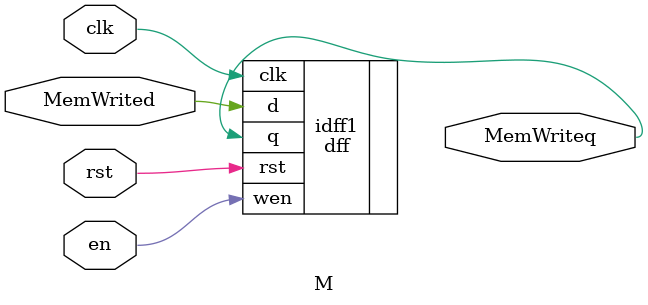
<source format=v>
module M(MemWrited,MemWriteq,clk,rst,en);
input clk,rst,en;
input MemWrited;

output MemWriteq;

dff idff1(.q(MemWriteq), .d(MemWrited), .wen(en), .clk(clk), .rst(rst));

endmodule

</source>
